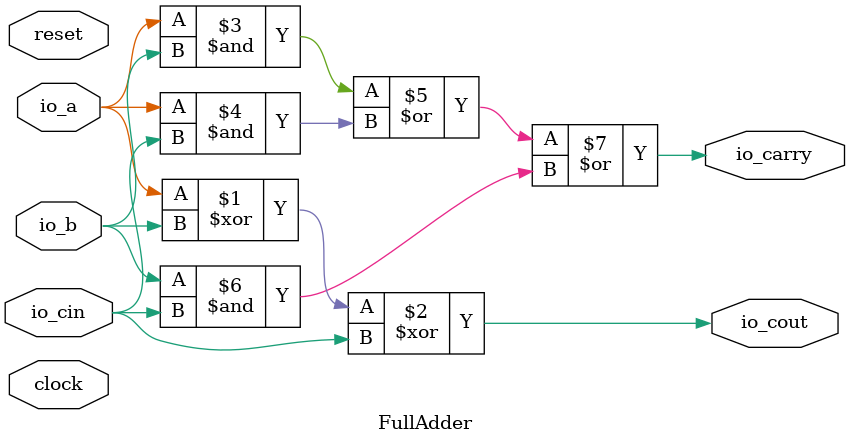
<source format=v>
module FullAdder(
  input   clock,
  input   reset,
  input   io_a,
  input   io_b,
  input   io_cin,
  output  io_cout,
  output  io_carry
);
  assign io_cout = io_a ^ io_b ^ io_cin; // @[FullAdder.scala 15:29]
  assign io_carry = io_a & io_b | io_a & io_cin | io_b & io_cin; // @[FullAdder.scala 16:49]
endmodule

</source>
